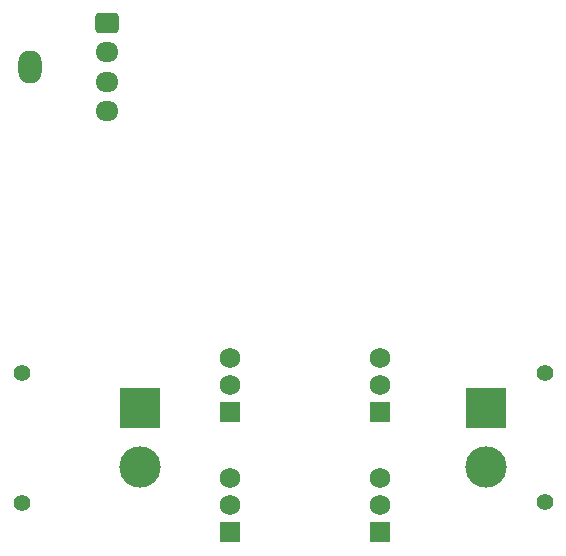
<source format=gbs>
%TF.GenerationSoftware,KiCad,Pcbnew,8.0.3*%
%TF.CreationDate,2024-10-02T02:13:24+09:00*%
%TF.ProjectId,AltairMDmini_V1,416c7461-6972-44d4-946d-696e695f5631,rev?*%
%TF.SameCoordinates,Original*%
%TF.FileFunction,Soldermask,Bot*%
%TF.FilePolarity,Negative*%
%FSLAX46Y46*%
G04 Gerber Fmt 4.6, Leading zero omitted, Abs format (unit mm)*
G04 Created by KiCad (PCBNEW 8.0.3) date 2024-10-02 02:13:24*
%MOMM*%
%LPD*%
G01*
G04 APERTURE LIST*
G04 Aperture macros list*
%AMRoundRect*
0 Rectangle with rounded corners*
0 $1 Rounding radius*
0 $2 $3 $4 $5 $6 $7 $8 $9 X,Y pos of 4 corners*
0 Add a 4 corners polygon primitive as box body*
4,1,4,$2,$3,$4,$5,$6,$7,$8,$9,$2,$3,0*
0 Add four circle primitives for the rounded corners*
1,1,$1+$1,$2,$3*
1,1,$1+$1,$4,$5*
1,1,$1+$1,$6,$7*
1,1,$1+$1,$8,$9*
0 Add four rect primitives between the rounded corners*
20,1,$1+$1,$2,$3,$4,$5,0*
20,1,$1+$1,$4,$5,$6,$7,0*
20,1,$1+$1,$6,$7,$8,$9,0*
20,1,$1+$1,$8,$9,$2,$3,0*%
G04 Aperture macros list end*
%ADD10R,1.740000X1.740000*%
%ADD11C,1.740000*%
%ADD12C,1.400000*%
%ADD13R,3.500000X3.500000*%
%ADD14C,3.500000*%
%ADD15O,2.000000X2.800000*%
%ADD16RoundRect,0.250000X-0.725000X0.600000X-0.725000X-0.600000X0.725000X-0.600000X0.725000X0.600000X0*%
%ADD17O,1.950000X1.700000*%
G04 APERTURE END LIST*
D10*
%TO.C,Q4*%
X139700000Y-104140000D03*
D11*
X139700000Y-101840000D03*
X139700000Y-99540000D03*
%TD*%
D10*
%TO.C,Q3*%
X127000000Y-104140000D03*
D11*
X127000000Y-101840000D03*
X127000000Y-99540000D03*
%TD*%
D10*
%TO.C,Q2*%
X139700000Y-114300000D03*
D11*
X139700000Y-112000000D03*
X139700000Y-109700000D03*
%TD*%
D10*
%TO.C,Q1*%
X127000000Y-114300000D03*
D11*
X127000000Y-112000000D03*
X127000000Y-109700000D03*
%TD*%
D12*
%TO.C,J3*%
X153670000Y-100760000D03*
X153670000Y-111760000D03*
D13*
X148670000Y-103760000D03*
D14*
X148670000Y-108760000D03*
%TD*%
D12*
%TO.C,J2*%
X109380000Y-111778988D03*
X109380000Y-100778988D03*
D13*
X119380000Y-103778988D03*
D14*
X119380000Y-108778988D03*
%TD*%
D15*
%TO.C,J1*%
X110065000Y-74890000D03*
D16*
X116565000Y-71140000D03*
D17*
X116565000Y-73640000D03*
X116565000Y-76140000D03*
X116565000Y-78640000D03*
%TD*%
M02*

</source>
